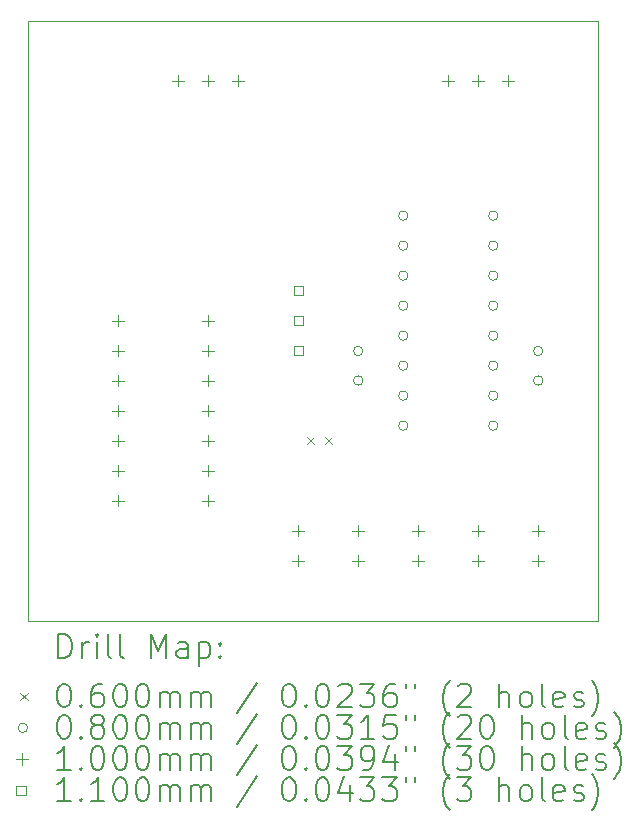
<source format=gbr>
%TF.GenerationSoftware,KiCad,Pcbnew,7.0.7*%
%TF.CreationDate,2023-08-28T09:16:44+02:00*%
%TF.ProjectId,l293d-motor-controller,6c323933-642d-46d6-9f74-6f722d636f6e,rev?*%
%TF.SameCoordinates,Original*%
%TF.FileFunction,Drillmap*%
%TF.FilePolarity,Positive*%
%FSLAX45Y45*%
G04 Gerber Fmt 4.5, Leading zero omitted, Abs format (unit mm)*
G04 Created by KiCad (PCBNEW 7.0.7) date 2023-08-28 09:16:44*
%MOMM*%
%LPD*%
G01*
G04 APERTURE LIST*
%ADD10C,0.100000*%
%ADD11C,0.200000*%
%ADD12C,0.060000*%
%ADD13C,0.080000*%
%ADD14C,0.110000*%
G04 APERTURE END LIST*
D10*
X9144000Y-14732000D02*
X9144000Y-9652000D01*
X13970000Y-14732000D02*
X9144000Y-14732000D01*
X13970000Y-9652000D02*
X13970000Y-14732000D01*
X9144000Y-9652000D02*
X13970000Y-9652000D01*
D11*
D12*
X11504000Y-13178000D02*
X11564000Y-13238000D01*
X11564000Y-13178000D02*
X11504000Y-13238000D01*
X11654000Y-13178000D02*
X11714000Y-13238000D01*
X11714000Y-13178000D02*
X11654000Y-13238000D01*
D13*
X11978000Y-12450000D02*
G75*
G03*
X11978000Y-12450000I-40000J0D01*
G01*
X11978000Y-12700000D02*
G75*
G03*
X11978000Y-12700000I-40000J0D01*
G01*
X12360000Y-11304500D02*
G75*
G03*
X12360000Y-11304500I-40000J0D01*
G01*
X12360000Y-11558500D02*
G75*
G03*
X12360000Y-11558500I-40000J0D01*
G01*
X12360000Y-11812500D02*
G75*
G03*
X12360000Y-11812500I-40000J0D01*
G01*
X12360000Y-12066500D02*
G75*
G03*
X12360000Y-12066500I-40000J0D01*
G01*
X12360000Y-12320500D02*
G75*
G03*
X12360000Y-12320500I-40000J0D01*
G01*
X12360000Y-12574500D02*
G75*
G03*
X12360000Y-12574500I-40000J0D01*
G01*
X12360000Y-12828500D02*
G75*
G03*
X12360000Y-12828500I-40000J0D01*
G01*
X12360000Y-13082500D02*
G75*
G03*
X12360000Y-13082500I-40000J0D01*
G01*
X13122000Y-11304500D02*
G75*
G03*
X13122000Y-11304500I-40000J0D01*
G01*
X13122000Y-11558500D02*
G75*
G03*
X13122000Y-11558500I-40000J0D01*
G01*
X13122000Y-11812500D02*
G75*
G03*
X13122000Y-11812500I-40000J0D01*
G01*
X13122000Y-12066500D02*
G75*
G03*
X13122000Y-12066500I-40000J0D01*
G01*
X13122000Y-12320500D02*
G75*
G03*
X13122000Y-12320500I-40000J0D01*
G01*
X13122000Y-12574500D02*
G75*
G03*
X13122000Y-12574500I-40000J0D01*
G01*
X13122000Y-12828500D02*
G75*
G03*
X13122000Y-12828500I-40000J0D01*
G01*
X13122000Y-13082500D02*
G75*
G03*
X13122000Y-13082500I-40000J0D01*
G01*
X13502000Y-12450000D02*
G75*
G03*
X13502000Y-12450000I-40000J0D01*
G01*
X13502000Y-12700000D02*
G75*
G03*
X13502000Y-12700000I-40000J0D01*
G01*
D10*
X9906000Y-12142000D02*
X9906000Y-12242000D01*
X9856000Y-12192000D02*
X9956000Y-12192000D01*
X9906000Y-12396000D02*
X9906000Y-12496000D01*
X9856000Y-12446000D02*
X9956000Y-12446000D01*
X9906000Y-12650000D02*
X9906000Y-12750000D01*
X9856000Y-12700000D02*
X9956000Y-12700000D01*
X9906000Y-12904000D02*
X9906000Y-13004000D01*
X9856000Y-12954000D02*
X9956000Y-12954000D01*
X9906000Y-13158000D02*
X9906000Y-13258000D01*
X9856000Y-13208000D02*
X9956000Y-13208000D01*
X9906000Y-13412000D02*
X9906000Y-13512000D01*
X9856000Y-13462000D02*
X9956000Y-13462000D01*
X9906000Y-13666000D02*
X9906000Y-13766000D01*
X9856000Y-13716000D02*
X9956000Y-13716000D01*
X10414000Y-10110000D02*
X10414000Y-10210000D01*
X10364000Y-10160000D02*
X10464000Y-10160000D01*
X10668000Y-10110000D02*
X10668000Y-10210000D01*
X10618000Y-10160000D02*
X10718000Y-10160000D01*
X10668000Y-12142000D02*
X10668000Y-12242000D01*
X10618000Y-12192000D02*
X10718000Y-12192000D01*
X10668000Y-12396000D02*
X10668000Y-12496000D01*
X10618000Y-12446000D02*
X10718000Y-12446000D01*
X10668000Y-12650000D02*
X10668000Y-12750000D01*
X10618000Y-12700000D02*
X10718000Y-12700000D01*
X10668000Y-12904000D02*
X10668000Y-13004000D01*
X10618000Y-12954000D02*
X10718000Y-12954000D01*
X10668000Y-13158000D02*
X10668000Y-13258000D01*
X10618000Y-13208000D02*
X10718000Y-13208000D01*
X10668000Y-13412000D02*
X10668000Y-13512000D01*
X10618000Y-13462000D02*
X10718000Y-13462000D01*
X10668000Y-13666000D02*
X10668000Y-13766000D01*
X10618000Y-13716000D02*
X10718000Y-13716000D01*
X10922000Y-10110000D02*
X10922000Y-10210000D01*
X10872000Y-10160000D02*
X10972000Y-10160000D01*
X11430000Y-13920000D02*
X11430000Y-14020000D01*
X11380000Y-13970000D02*
X11480000Y-13970000D01*
X11430000Y-14174000D02*
X11430000Y-14274000D01*
X11380000Y-14224000D02*
X11480000Y-14224000D01*
X11938000Y-13920000D02*
X11938000Y-14020000D01*
X11888000Y-13970000D02*
X11988000Y-13970000D01*
X11938000Y-14174000D02*
X11938000Y-14274000D01*
X11888000Y-14224000D02*
X11988000Y-14224000D01*
X12446000Y-13920000D02*
X12446000Y-14020000D01*
X12396000Y-13970000D02*
X12496000Y-13970000D01*
X12446000Y-14174000D02*
X12446000Y-14274000D01*
X12396000Y-14224000D02*
X12496000Y-14224000D01*
X12700000Y-10110000D02*
X12700000Y-10210000D01*
X12650000Y-10160000D02*
X12750000Y-10160000D01*
X12954000Y-10110000D02*
X12954000Y-10210000D01*
X12904000Y-10160000D02*
X13004000Y-10160000D01*
X12954000Y-13920000D02*
X12954000Y-14020000D01*
X12904000Y-13970000D02*
X13004000Y-13970000D01*
X12954000Y-14174000D02*
X12954000Y-14274000D01*
X12904000Y-14224000D02*
X13004000Y-14224000D01*
X13208000Y-10110000D02*
X13208000Y-10210000D01*
X13158000Y-10160000D02*
X13258000Y-10160000D01*
X13462000Y-13920000D02*
X13462000Y-14020000D01*
X13412000Y-13970000D02*
X13512000Y-13970000D01*
X13462000Y-14174000D02*
X13462000Y-14274000D01*
X13412000Y-14224000D02*
X13512000Y-14224000D01*
D14*
X11468891Y-11976891D02*
X11468891Y-11899109D01*
X11391109Y-11899109D01*
X11391109Y-11976891D01*
X11468891Y-11976891D01*
X11468891Y-12230891D02*
X11468891Y-12153109D01*
X11391109Y-12153109D01*
X11391109Y-12230891D01*
X11468891Y-12230891D01*
X11468891Y-12484891D02*
X11468891Y-12407109D01*
X11391109Y-12407109D01*
X11391109Y-12484891D01*
X11468891Y-12484891D01*
D11*
X9399777Y-15048484D02*
X9399777Y-14848484D01*
X9399777Y-14848484D02*
X9447396Y-14848484D01*
X9447396Y-14848484D02*
X9475967Y-14858008D01*
X9475967Y-14858008D02*
X9495015Y-14877055D01*
X9495015Y-14877055D02*
X9504539Y-14896103D01*
X9504539Y-14896103D02*
X9514063Y-14934198D01*
X9514063Y-14934198D02*
X9514063Y-14962769D01*
X9514063Y-14962769D02*
X9504539Y-15000865D01*
X9504539Y-15000865D02*
X9495015Y-15019912D01*
X9495015Y-15019912D02*
X9475967Y-15038960D01*
X9475967Y-15038960D02*
X9447396Y-15048484D01*
X9447396Y-15048484D02*
X9399777Y-15048484D01*
X9599777Y-15048484D02*
X9599777Y-14915150D01*
X9599777Y-14953246D02*
X9609301Y-14934198D01*
X9609301Y-14934198D02*
X9618824Y-14924674D01*
X9618824Y-14924674D02*
X9637872Y-14915150D01*
X9637872Y-14915150D02*
X9656920Y-14915150D01*
X9723586Y-15048484D02*
X9723586Y-14915150D01*
X9723586Y-14848484D02*
X9714063Y-14858008D01*
X9714063Y-14858008D02*
X9723586Y-14867531D01*
X9723586Y-14867531D02*
X9733110Y-14858008D01*
X9733110Y-14858008D02*
X9723586Y-14848484D01*
X9723586Y-14848484D02*
X9723586Y-14867531D01*
X9847396Y-15048484D02*
X9828348Y-15038960D01*
X9828348Y-15038960D02*
X9818824Y-15019912D01*
X9818824Y-15019912D02*
X9818824Y-14848484D01*
X9952158Y-15048484D02*
X9933110Y-15038960D01*
X9933110Y-15038960D02*
X9923586Y-15019912D01*
X9923586Y-15019912D02*
X9923586Y-14848484D01*
X10180729Y-15048484D02*
X10180729Y-14848484D01*
X10180729Y-14848484D02*
X10247396Y-14991341D01*
X10247396Y-14991341D02*
X10314063Y-14848484D01*
X10314063Y-14848484D02*
X10314063Y-15048484D01*
X10495015Y-15048484D02*
X10495015Y-14943722D01*
X10495015Y-14943722D02*
X10485491Y-14924674D01*
X10485491Y-14924674D02*
X10466444Y-14915150D01*
X10466444Y-14915150D02*
X10428348Y-14915150D01*
X10428348Y-14915150D02*
X10409301Y-14924674D01*
X10495015Y-15038960D02*
X10475967Y-15048484D01*
X10475967Y-15048484D02*
X10428348Y-15048484D01*
X10428348Y-15048484D02*
X10409301Y-15038960D01*
X10409301Y-15038960D02*
X10399777Y-15019912D01*
X10399777Y-15019912D02*
X10399777Y-15000865D01*
X10399777Y-15000865D02*
X10409301Y-14981817D01*
X10409301Y-14981817D02*
X10428348Y-14972293D01*
X10428348Y-14972293D02*
X10475967Y-14972293D01*
X10475967Y-14972293D02*
X10495015Y-14962769D01*
X10590253Y-14915150D02*
X10590253Y-15115150D01*
X10590253Y-14924674D02*
X10609301Y-14915150D01*
X10609301Y-14915150D02*
X10647396Y-14915150D01*
X10647396Y-14915150D02*
X10666444Y-14924674D01*
X10666444Y-14924674D02*
X10675967Y-14934198D01*
X10675967Y-14934198D02*
X10685491Y-14953246D01*
X10685491Y-14953246D02*
X10685491Y-15010388D01*
X10685491Y-15010388D02*
X10675967Y-15029436D01*
X10675967Y-15029436D02*
X10666444Y-15038960D01*
X10666444Y-15038960D02*
X10647396Y-15048484D01*
X10647396Y-15048484D02*
X10609301Y-15048484D01*
X10609301Y-15048484D02*
X10590253Y-15038960D01*
X10771205Y-15029436D02*
X10780729Y-15038960D01*
X10780729Y-15038960D02*
X10771205Y-15048484D01*
X10771205Y-15048484D02*
X10761682Y-15038960D01*
X10761682Y-15038960D02*
X10771205Y-15029436D01*
X10771205Y-15029436D02*
X10771205Y-15048484D01*
X10771205Y-14924674D02*
X10780729Y-14934198D01*
X10780729Y-14934198D02*
X10771205Y-14943722D01*
X10771205Y-14943722D02*
X10761682Y-14934198D01*
X10761682Y-14934198D02*
X10771205Y-14924674D01*
X10771205Y-14924674D02*
X10771205Y-14943722D01*
D12*
X9079000Y-15347000D02*
X9139000Y-15407000D01*
X9139000Y-15347000D02*
X9079000Y-15407000D01*
D11*
X9437872Y-15268484D02*
X9456920Y-15268484D01*
X9456920Y-15268484D02*
X9475967Y-15278008D01*
X9475967Y-15278008D02*
X9485491Y-15287531D01*
X9485491Y-15287531D02*
X9495015Y-15306579D01*
X9495015Y-15306579D02*
X9504539Y-15344674D01*
X9504539Y-15344674D02*
X9504539Y-15392293D01*
X9504539Y-15392293D02*
X9495015Y-15430388D01*
X9495015Y-15430388D02*
X9485491Y-15449436D01*
X9485491Y-15449436D02*
X9475967Y-15458960D01*
X9475967Y-15458960D02*
X9456920Y-15468484D01*
X9456920Y-15468484D02*
X9437872Y-15468484D01*
X9437872Y-15468484D02*
X9418824Y-15458960D01*
X9418824Y-15458960D02*
X9409301Y-15449436D01*
X9409301Y-15449436D02*
X9399777Y-15430388D01*
X9399777Y-15430388D02*
X9390253Y-15392293D01*
X9390253Y-15392293D02*
X9390253Y-15344674D01*
X9390253Y-15344674D02*
X9399777Y-15306579D01*
X9399777Y-15306579D02*
X9409301Y-15287531D01*
X9409301Y-15287531D02*
X9418824Y-15278008D01*
X9418824Y-15278008D02*
X9437872Y-15268484D01*
X9590253Y-15449436D02*
X9599777Y-15458960D01*
X9599777Y-15458960D02*
X9590253Y-15468484D01*
X9590253Y-15468484D02*
X9580729Y-15458960D01*
X9580729Y-15458960D02*
X9590253Y-15449436D01*
X9590253Y-15449436D02*
X9590253Y-15468484D01*
X9771205Y-15268484D02*
X9733110Y-15268484D01*
X9733110Y-15268484D02*
X9714063Y-15278008D01*
X9714063Y-15278008D02*
X9704539Y-15287531D01*
X9704539Y-15287531D02*
X9685491Y-15316103D01*
X9685491Y-15316103D02*
X9675967Y-15354198D01*
X9675967Y-15354198D02*
X9675967Y-15430388D01*
X9675967Y-15430388D02*
X9685491Y-15449436D01*
X9685491Y-15449436D02*
X9695015Y-15458960D01*
X9695015Y-15458960D02*
X9714063Y-15468484D01*
X9714063Y-15468484D02*
X9752158Y-15468484D01*
X9752158Y-15468484D02*
X9771205Y-15458960D01*
X9771205Y-15458960D02*
X9780729Y-15449436D01*
X9780729Y-15449436D02*
X9790253Y-15430388D01*
X9790253Y-15430388D02*
X9790253Y-15382769D01*
X9790253Y-15382769D02*
X9780729Y-15363722D01*
X9780729Y-15363722D02*
X9771205Y-15354198D01*
X9771205Y-15354198D02*
X9752158Y-15344674D01*
X9752158Y-15344674D02*
X9714063Y-15344674D01*
X9714063Y-15344674D02*
X9695015Y-15354198D01*
X9695015Y-15354198D02*
X9685491Y-15363722D01*
X9685491Y-15363722D02*
X9675967Y-15382769D01*
X9914063Y-15268484D02*
X9933110Y-15268484D01*
X9933110Y-15268484D02*
X9952158Y-15278008D01*
X9952158Y-15278008D02*
X9961682Y-15287531D01*
X9961682Y-15287531D02*
X9971205Y-15306579D01*
X9971205Y-15306579D02*
X9980729Y-15344674D01*
X9980729Y-15344674D02*
X9980729Y-15392293D01*
X9980729Y-15392293D02*
X9971205Y-15430388D01*
X9971205Y-15430388D02*
X9961682Y-15449436D01*
X9961682Y-15449436D02*
X9952158Y-15458960D01*
X9952158Y-15458960D02*
X9933110Y-15468484D01*
X9933110Y-15468484D02*
X9914063Y-15468484D01*
X9914063Y-15468484D02*
X9895015Y-15458960D01*
X9895015Y-15458960D02*
X9885491Y-15449436D01*
X9885491Y-15449436D02*
X9875967Y-15430388D01*
X9875967Y-15430388D02*
X9866444Y-15392293D01*
X9866444Y-15392293D02*
X9866444Y-15344674D01*
X9866444Y-15344674D02*
X9875967Y-15306579D01*
X9875967Y-15306579D02*
X9885491Y-15287531D01*
X9885491Y-15287531D02*
X9895015Y-15278008D01*
X9895015Y-15278008D02*
X9914063Y-15268484D01*
X10104539Y-15268484D02*
X10123586Y-15268484D01*
X10123586Y-15268484D02*
X10142634Y-15278008D01*
X10142634Y-15278008D02*
X10152158Y-15287531D01*
X10152158Y-15287531D02*
X10161682Y-15306579D01*
X10161682Y-15306579D02*
X10171205Y-15344674D01*
X10171205Y-15344674D02*
X10171205Y-15392293D01*
X10171205Y-15392293D02*
X10161682Y-15430388D01*
X10161682Y-15430388D02*
X10152158Y-15449436D01*
X10152158Y-15449436D02*
X10142634Y-15458960D01*
X10142634Y-15458960D02*
X10123586Y-15468484D01*
X10123586Y-15468484D02*
X10104539Y-15468484D01*
X10104539Y-15468484D02*
X10085491Y-15458960D01*
X10085491Y-15458960D02*
X10075967Y-15449436D01*
X10075967Y-15449436D02*
X10066444Y-15430388D01*
X10066444Y-15430388D02*
X10056920Y-15392293D01*
X10056920Y-15392293D02*
X10056920Y-15344674D01*
X10056920Y-15344674D02*
X10066444Y-15306579D01*
X10066444Y-15306579D02*
X10075967Y-15287531D01*
X10075967Y-15287531D02*
X10085491Y-15278008D01*
X10085491Y-15278008D02*
X10104539Y-15268484D01*
X10256920Y-15468484D02*
X10256920Y-15335150D01*
X10256920Y-15354198D02*
X10266444Y-15344674D01*
X10266444Y-15344674D02*
X10285491Y-15335150D01*
X10285491Y-15335150D02*
X10314063Y-15335150D01*
X10314063Y-15335150D02*
X10333110Y-15344674D01*
X10333110Y-15344674D02*
X10342634Y-15363722D01*
X10342634Y-15363722D02*
X10342634Y-15468484D01*
X10342634Y-15363722D02*
X10352158Y-15344674D01*
X10352158Y-15344674D02*
X10371205Y-15335150D01*
X10371205Y-15335150D02*
X10399777Y-15335150D01*
X10399777Y-15335150D02*
X10418825Y-15344674D01*
X10418825Y-15344674D02*
X10428348Y-15363722D01*
X10428348Y-15363722D02*
X10428348Y-15468484D01*
X10523586Y-15468484D02*
X10523586Y-15335150D01*
X10523586Y-15354198D02*
X10533110Y-15344674D01*
X10533110Y-15344674D02*
X10552158Y-15335150D01*
X10552158Y-15335150D02*
X10580729Y-15335150D01*
X10580729Y-15335150D02*
X10599777Y-15344674D01*
X10599777Y-15344674D02*
X10609301Y-15363722D01*
X10609301Y-15363722D02*
X10609301Y-15468484D01*
X10609301Y-15363722D02*
X10618825Y-15344674D01*
X10618825Y-15344674D02*
X10637872Y-15335150D01*
X10637872Y-15335150D02*
X10666444Y-15335150D01*
X10666444Y-15335150D02*
X10685491Y-15344674D01*
X10685491Y-15344674D02*
X10695015Y-15363722D01*
X10695015Y-15363722D02*
X10695015Y-15468484D01*
X11085491Y-15258960D02*
X10914063Y-15516103D01*
X11342634Y-15268484D02*
X11361682Y-15268484D01*
X11361682Y-15268484D02*
X11380729Y-15278008D01*
X11380729Y-15278008D02*
X11390253Y-15287531D01*
X11390253Y-15287531D02*
X11399777Y-15306579D01*
X11399777Y-15306579D02*
X11409301Y-15344674D01*
X11409301Y-15344674D02*
X11409301Y-15392293D01*
X11409301Y-15392293D02*
X11399777Y-15430388D01*
X11399777Y-15430388D02*
X11390253Y-15449436D01*
X11390253Y-15449436D02*
X11380729Y-15458960D01*
X11380729Y-15458960D02*
X11361682Y-15468484D01*
X11361682Y-15468484D02*
X11342634Y-15468484D01*
X11342634Y-15468484D02*
X11323586Y-15458960D01*
X11323586Y-15458960D02*
X11314063Y-15449436D01*
X11314063Y-15449436D02*
X11304539Y-15430388D01*
X11304539Y-15430388D02*
X11295015Y-15392293D01*
X11295015Y-15392293D02*
X11295015Y-15344674D01*
X11295015Y-15344674D02*
X11304539Y-15306579D01*
X11304539Y-15306579D02*
X11314063Y-15287531D01*
X11314063Y-15287531D02*
X11323586Y-15278008D01*
X11323586Y-15278008D02*
X11342634Y-15268484D01*
X11495015Y-15449436D02*
X11504539Y-15458960D01*
X11504539Y-15458960D02*
X11495015Y-15468484D01*
X11495015Y-15468484D02*
X11485491Y-15458960D01*
X11485491Y-15458960D02*
X11495015Y-15449436D01*
X11495015Y-15449436D02*
X11495015Y-15468484D01*
X11628348Y-15268484D02*
X11647396Y-15268484D01*
X11647396Y-15268484D02*
X11666444Y-15278008D01*
X11666444Y-15278008D02*
X11675967Y-15287531D01*
X11675967Y-15287531D02*
X11685491Y-15306579D01*
X11685491Y-15306579D02*
X11695015Y-15344674D01*
X11695015Y-15344674D02*
X11695015Y-15392293D01*
X11695015Y-15392293D02*
X11685491Y-15430388D01*
X11685491Y-15430388D02*
X11675967Y-15449436D01*
X11675967Y-15449436D02*
X11666444Y-15458960D01*
X11666444Y-15458960D02*
X11647396Y-15468484D01*
X11647396Y-15468484D02*
X11628348Y-15468484D01*
X11628348Y-15468484D02*
X11609301Y-15458960D01*
X11609301Y-15458960D02*
X11599777Y-15449436D01*
X11599777Y-15449436D02*
X11590253Y-15430388D01*
X11590253Y-15430388D02*
X11580729Y-15392293D01*
X11580729Y-15392293D02*
X11580729Y-15344674D01*
X11580729Y-15344674D02*
X11590253Y-15306579D01*
X11590253Y-15306579D02*
X11599777Y-15287531D01*
X11599777Y-15287531D02*
X11609301Y-15278008D01*
X11609301Y-15278008D02*
X11628348Y-15268484D01*
X11771206Y-15287531D02*
X11780729Y-15278008D01*
X11780729Y-15278008D02*
X11799777Y-15268484D01*
X11799777Y-15268484D02*
X11847396Y-15268484D01*
X11847396Y-15268484D02*
X11866444Y-15278008D01*
X11866444Y-15278008D02*
X11875967Y-15287531D01*
X11875967Y-15287531D02*
X11885491Y-15306579D01*
X11885491Y-15306579D02*
X11885491Y-15325627D01*
X11885491Y-15325627D02*
X11875967Y-15354198D01*
X11875967Y-15354198D02*
X11761682Y-15468484D01*
X11761682Y-15468484D02*
X11885491Y-15468484D01*
X11952158Y-15268484D02*
X12075967Y-15268484D01*
X12075967Y-15268484D02*
X12009301Y-15344674D01*
X12009301Y-15344674D02*
X12037872Y-15344674D01*
X12037872Y-15344674D02*
X12056920Y-15354198D01*
X12056920Y-15354198D02*
X12066444Y-15363722D01*
X12066444Y-15363722D02*
X12075967Y-15382769D01*
X12075967Y-15382769D02*
X12075967Y-15430388D01*
X12075967Y-15430388D02*
X12066444Y-15449436D01*
X12066444Y-15449436D02*
X12056920Y-15458960D01*
X12056920Y-15458960D02*
X12037872Y-15468484D01*
X12037872Y-15468484D02*
X11980729Y-15468484D01*
X11980729Y-15468484D02*
X11961682Y-15458960D01*
X11961682Y-15458960D02*
X11952158Y-15449436D01*
X12247396Y-15268484D02*
X12209301Y-15268484D01*
X12209301Y-15268484D02*
X12190253Y-15278008D01*
X12190253Y-15278008D02*
X12180729Y-15287531D01*
X12180729Y-15287531D02*
X12161682Y-15316103D01*
X12161682Y-15316103D02*
X12152158Y-15354198D01*
X12152158Y-15354198D02*
X12152158Y-15430388D01*
X12152158Y-15430388D02*
X12161682Y-15449436D01*
X12161682Y-15449436D02*
X12171206Y-15458960D01*
X12171206Y-15458960D02*
X12190253Y-15468484D01*
X12190253Y-15468484D02*
X12228348Y-15468484D01*
X12228348Y-15468484D02*
X12247396Y-15458960D01*
X12247396Y-15458960D02*
X12256920Y-15449436D01*
X12256920Y-15449436D02*
X12266444Y-15430388D01*
X12266444Y-15430388D02*
X12266444Y-15382769D01*
X12266444Y-15382769D02*
X12256920Y-15363722D01*
X12256920Y-15363722D02*
X12247396Y-15354198D01*
X12247396Y-15354198D02*
X12228348Y-15344674D01*
X12228348Y-15344674D02*
X12190253Y-15344674D01*
X12190253Y-15344674D02*
X12171206Y-15354198D01*
X12171206Y-15354198D02*
X12161682Y-15363722D01*
X12161682Y-15363722D02*
X12152158Y-15382769D01*
X12342634Y-15268484D02*
X12342634Y-15306579D01*
X12418825Y-15268484D02*
X12418825Y-15306579D01*
X12714063Y-15544674D02*
X12704539Y-15535150D01*
X12704539Y-15535150D02*
X12685491Y-15506579D01*
X12685491Y-15506579D02*
X12675968Y-15487531D01*
X12675968Y-15487531D02*
X12666444Y-15458960D01*
X12666444Y-15458960D02*
X12656920Y-15411341D01*
X12656920Y-15411341D02*
X12656920Y-15373246D01*
X12656920Y-15373246D02*
X12666444Y-15325627D01*
X12666444Y-15325627D02*
X12675968Y-15297055D01*
X12675968Y-15297055D02*
X12685491Y-15278008D01*
X12685491Y-15278008D02*
X12704539Y-15249436D01*
X12704539Y-15249436D02*
X12714063Y-15239912D01*
X12780729Y-15287531D02*
X12790253Y-15278008D01*
X12790253Y-15278008D02*
X12809301Y-15268484D01*
X12809301Y-15268484D02*
X12856920Y-15268484D01*
X12856920Y-15268484D02*
X12875968Y-15278008D01*
X12875968Y-15278008D02*
X12885491Y-15287531D01*
X12885491Y-15287531D02*
X12895015Y-15306579D01*
X12895015Y-15306579D02*
X12895015Y-15325627D01*
X12895015Y-15325627D02*
X12885491Y-15354198D01*
X12885491Y-15354198D02*
X12771206Y-15468484D01*
X12771206Y-15468484D02*
X12895015Y-15468484D01*
X13133110Y-15468484D02*
X13133110Y-15268484D01*
X13218825Y-15468484D02*
X13218825Y-15363722D01*
X13218825Y-15363722D02*
X13209301Y-15344674D01*
X13209301Y-15344674D02*
X13190253Y-15335150D01*
X13190253Y-15335150D02*
X13161682Y-15335150D01*
X13161682Y-15335150D02*
X13142634Y-15344674D01*
X13142634Y-15344674D02*
X13133110Y-15354198D01*
X13342634Y-15468484D02*
X13323587Y-15458960D01*
X13323587Y-15458960D02*
X13314063Y-15449436D01*
X13314063Y-15449436D02*
X13304539Y-15430388D01*
X13304539Y-15430388D02*
X13304539Y-15373246D01*
X13304539Y-15373246D02*
X13314063Y-15354198D01*
X13314063Y-15354198D02*
X13323587Y-15344674D01*
X13323587Y-15344674D02*
X13342634Y-15335150D01*
X13342634Y-15335150D02*
X13371206Y-15335150D01*
X13371206Y-15335150D02*
X13390253Y-15344674D01*
X13390253Y-15344674D02*
X13399777Y-15354198D01*
X13399777Y-15354198D02*
X13409301Y-15373246D01*
X13409301Y-15373246D02*
X13409301Y-15430388D01*
X13409301Y-15430388D02*
X13399777Y-15449436D01*
X13399777Y-15449436D02*
X13390253Y-15458960D01*
X13390253Y-15458960D02*
X13371206Y-15468484D01*
X13371206Y-15468484D02*
X13342634Y-15468484D01*
X13523587Y-15468484D02*
X13504539Y-15458960D01*
X13504539Y-15458960D02*
X13495015Y-15439912D01*
X13495015Y-15439912D02*
X13495015Y-15268484D01*
X13675968Y-15458960D02*
X13656920Y-15468484D01*
X13656920Y-15468484D02*
X13618825Y-15468484D01*
X13618825Y-15468484D02*
X13599777Y-15458960D01*
X13599777Y-15458960D02*
X13590253Y-15439912D01*
X13590253Y-15439912D02*
X13590253Y-15363722D01*
X13590253Y-15363722D02*
X13599777Y-15344674D01*
X13599777Y-15344674D02*
X13618825Y-15335150D01*
X13618825Y-15335150D02*
X13656920Y-15335150D01*
X13656920Y-15335150D02*
X13675968Y-15344674D01*
X13675968Y-15344674D02*
X13685491Y-15363722D01*
X13685491Y-15363722D02*
X13685491Y-15382769D01*
X13685491Y-15382769D02*
X13590253Y-15401817D01*
X13761682Y-15458960D02*
X13780730Y-15468484D01*
X13780730Y-15468484D02*
X13818825Y-15468484D01*
X13818825Y-15468484D02*
X13837872Y-15458960D01*
X13837872Y-15458960D02*
X13847396Y-15439912D01*
X13847396Y-15439912D02*
X13847396Y-15430388D01*
X13847396Y-15430388D02*
X13837872Y-15411341D01*
X13837872Y-15411341D02*
X13818825Y-15401817D01*
X13818825Y-15401817D02*
X13790253Y-15401817D01*
X13790253Y-15401817D02*
X13771206Y-15392293D01*
X13771206Y-15392293D02*
X13761682Y-15373246D01*
X13761682Y-15373246D02*
X13761682Y-15363722D01*
X13761682Y-15363722D02*
X13771206Y-15344674D01*
X13771206Y-15344674D02*
X13790253Y-15335150D01*
X13790253Y-15335150D02*
X13818825Y-15335150D01*
X13818825Y-15335150D02*
X13837872Y-15344674D01*
X13914063Y-15544674D02*
X13923587Y-15535150D01*
X13923587Y-15535150D02*
X13942634Y-15506579D01*
X13942634Y-15506579D02*
X13952158Y-15487531D01*
X13952158Y-15487531D02*
X13961682Y-15458960D01*
X13961682Y-15458960D02*
X13971206Y-15411341D01*
X13971206Y-15411341D02*
X13971206Y-15373246D01*
X13971206Y-15373246D02*
X13961682Y-15325627D01*
X13961682Y-15325627D02*
X13952158Y-15297055D01*
X13952158Y-15297055D02*
X13942634Y-15278008D01*
X13942634Y-15278008D02*
X13923587Y-15249436D01*
X13923587Y-15249436D02*
X13914063Y-15239912D01*
D13*
X9139000Y-15641000D02*
G75*
G03*
X9139000Y-15641000I-40000J0D01*
G01*
D11*
X9437872Y-15532484D02*
X9456920Y-15532484D01*
X9456920Y-15532484D02*
X9475967Y-15542008D01*
X9475967Y-15542008D02*
X9485491Y-15551531D01*
X9485491Y-15551531D02*
X9495015Y-15570579D01*
X9495015Y-15570579D02*
X9504539Y-15608674D01*
X9504539Y-15608674D02*
X9504539Y-15656293D01*
X9504539Y-15656293D02*
X9495015Y-15694388D01*
X9495015Y-15694388D02*
X9485491Y-15713436D01*
X9485491Y-15713436D02*
X9475967Y-15722960D01*
X9475967Y-15722960D02*
X9456920Y-15732484D01*
X9456920Y-15732484D02*
X9437872Y-15732484D01*
X9437872Y-15732484D02*
X9418824Y-15722960D01*
X9418824Y-15722960D02*
X9409301Y-15713436D01*
X9409301Y-15713436D02*
X9399777Y-15694388D01*
X9399777Y-15694388D02*
X9390253Y-15656293D01*
X9390253Y-15656293D02*
X9390253Y-15608674D01*
X9390253Y-15608674D02*
X9399777Y-15570579D01*
X9399777Y-15570579D02*
X9409301Y-15551531D01*
X9409301Y-15551531D02*
X9418824Y-15542008D01*
X9418824Y-15542008D02*
X9437872Y-15532484D01*
X9590253Y-15713436D02*
X9599777Y-15722960D01*
X9599777Y-15722960D02*
X9590253Y-15732484D01*
X9590253Y-15732484D02*
X9580729Y-15722960D01*
X9580729Y-15722960D02*
X9590253Y-15713436D01*
X9590253Y-15713436D02*
X9590253Y-15732484D01*
X9714063Y-15618198D02*
X9695015Y-15608674D01*
X9695015Y-15608674D02*
X9685491Y-15599150D01*
X9685491Y-15599150D02*
X9675967Y-15580103D01*
X9675967Y-15580103D02*
X9675967Y-15570579D01*
X9675967Y-15570579D02*
X9685491Y-15551531D01*
X9685491Y-15551531D02*
X9695015Y-15542008D01*
X9695015Y-15542008D02*
X9714063Y-15532484D01*
X9714063Y-15532484D02*
X9752158Y-15532484D01*
X9752158Y-15532484D02*
X9771205Y-15542008D01*
X9771205Y-15542008D02*
X9780729Y-15551531D01*
X9780729Y-15551531D02*
X9790253Y-15570579D01*
X9790253Y-15570579D02*
X9790253Y-15580103D01*
X9790253Y-15580103D02*
X9780729Y-15599150D01*
X9780729Y-15599150D02*
X9771205Y-15608674D01*
X9771205Y-15608674D02*
X9752158Y-15618198D01*
X9752158Y-15618198D02*
X9714063Y-15618198D01*
X9714063Y-15618198D02*
X9695015Y-15627722D01*
X9695015Y-15627722D02*
X9685491Y-15637246D01*
X9685491Y-15637246D02*
X9675967Y-15656293D01*
X9675967Y-15656293D02*
X9675967Y-15694388D01*
X9675967Y-15694388D02*
X9685491Y-15713436D01*
X9685491Y-15713436D02*
X9695015Y-15722960D01*
X9695015Y-15722960D02*
X9714063Y-15732484D01*
X9714063Y-15732484D02*
X9752158Y-15732484D01*
X9752158Y-15732484D02*
X9771205Y-15722960D01*
X9771205Y-15722960D02*
X9780729Y-15713436D01*
X9780729Y-15713436D02*
X9790253Y-15694388D01*
X9790253Y-15694388D02*
X9790253Y-15656293D01*
X9790253Y-15656293D02*
X9780729Y-15637246D01*
X9780729Y-15637246D02*
X9771205Y-15627722D01*
X9771205Y-15627722D02*
X9752158Y-15618198D01*
X9914063Y-15532484D02*
X9933110Y-15532484D01*
X9933110Y-15532484D02*
X9952158Y-15542008D01*
X9952158Y-15542008D02*
X9961682Y-15551531D01*
X9961682Y-15551531D02*
X9971205Y-15570579D01*
X9971205Y-15570579D02*
X9980729Y-15608674D01*
X9980729Y-15608674D02*
X9980729Y-15656293D01*
X9980729Y-15656293D02*
X9971205Y-15694388D01*
X9971205Y-15694388D02*
X9961682Y-15713436D01*
X9961682Y-15713436D02*
X9952158Y-15722960D01*
X9952158Y-15722960D02*
X9933110Y-15732484D01*
X9933110Y-15732484D02*
X9914063Y-15732484D01*
X9914063Y-15732484D02*
X9895015Y-15722960D01*
X9895015Y-15722960D02*
X9885491Y-15713436D01*
X9885491Y-15713436D02*
X9875967Y-15694388D01*
X9875967Y-15694388D02*
X9866444Y-15656293D01*
X9866444Y-15656293D02*
X9866444Y-15608674D01*
X9866444Y-15608674D02*
X9875967Y-15570579D01*
X9875967Y-15570579D02*
X9885491Y-15551531D01*
X9885491Y-15551531D02*
X9895015Y-15542008D01*
X9895015Y-15542008D02*
X9914063Y-15532484D01*
X10104539Y-15532484D02*
X10123586Y-15532484D01*
X10123586Y-15532484D02*
X10142634Y-15542008D01*
X10142634Y-15542008D02*
X10152158Y-15551531D01*
X10152158Y-15551531D02*
X10161682Y-15570579D01*
X10161682Y-15570579D02*
X10171205Y-15608674D01*
X10171205Y-15608674D02*
X10171205Y-15656293D01*
X10171205Y-15656293D02*
X10161682Y-15694388D01*
X10161682Y-15694388D02*
X10152158Y-15713436D01*
X10152158Y-15713436D02*
X10142634Y-15722960D01*
X10142634Y-15722960D02*
X10123586Y-15732484D01*
X10123586Y-15732484D02*
X10104539Y-15732484D01*
X10104539Y-15732484D02*
X10085491Y-15722960D01*
X10085491Y-15722960D02*
X10075967Y-15713436D01*
X10075967Y-15713436D02*
X10066444Y-15694388D01*
X10066444Y-15694388D02*
X10056920Y-15656293D01*
X10056920Y-15656293D02*
X10056920Y-15608674D01*
X10056920Y-15608674D02*
X10066444Y-15570579D01*
X10066444Y-15570579D02*
X10075967Y-15551531D01*
X10075967Y-15551531D02*
X10085491Y-15542008D01*
X10085491Y-15542008D02*
X10104539Y-15532484D01*
X10256920Y-15732484D02*
X10256920Y-15599150D01*
X10256920Y-15618198D02*
X10266444Y-15608674D01*
X10266444Y-15608674D02*
X10285491Y-15599150D01*
X10285491Y-15599150D02*
X10314063Y-15599150D01*
X10314063Y-15599150D02*
X10333110Y-15608674D01*
X10333110Y-15608674D02*
X10342634Y-15627722D01*
X10342634Y-15627722D02*
X10342634Y-15732484D01*
X10342634Y-15627722D02*
X10352158Y-15608674D01*
X10352158Y-15608674D02*
X10371205Y-15599150D01*
X10371205Y-15599150D02*
X10399777Y-15599150D01*
X10399777Y-15599150D02*
X10418825Y-15608674D01*
X10418825Y-15608674D02*
X10428348Y-15627722D01*
X10428348Y-15627722D02*
X10428348Y-15732484D01*
X10523586Y-15732484D02*
X10523586Y-15599150D01*
X10523586Y-15618198D02*
X10533110Y-15608674D01*
X10533110Y-15608674D02*
X10552158Y-15599150D01*
X10552158Y-15599150D02*
X10580729Y-15599150D01*
X10580729Y-15599150D02*
X10599777Y-15608674D01*
X10599777Y-15608674D02*
X10609301Y-15627722D01*
X10609301Y-15627722D02*
X10609301Y-15732484D01*
X10609301Y-15627722D02*
X10618825Y-15608674D01*
X10618825Y-15608674D02*
X10637872Y-15599150D01*
X10637872Y-15599150D02*
X10666444Y-15599150D01*
X10666444Y-15599150D02*
X10685491Y-15608674D01*
X10685491Y-15608674D02*
X10695015Y-15627722D01*
X10695015Y-15627722D02*
X10695015Y-15732484D01*
X11085491Y-15522960D02*
X10914063Y-15780103D01*
X11342634Y-15532484D02*
X11361682Y-15532484D01*
X11361682Y-15532484D02*
X11380729Y-15542008D01*
X11380729Y-15542008D02*
X11390253Y-15551531D01*
X11390253Y-15551531D02*
X11399777Y-15570579D01*
X11399777Y-15570579D02*
X11409301Y-15608674D01*
X11409301Y-15608674D02*
X11409301Y-15656293D01*
X11409301Y-15656293D02*
X11399777Y-15694388D01*
X11399777Y-15694388D02*
X11390253Y-15713436D01*
X11390253Y-15713436D02*
X11380729Y-15722960D01*
X11380729Y-15722960D02*
X11361682Y-15732484D01*
X11361682Y-15732484D02*
X11342634Y-15732484D01*
X11342634Y-15732484D02*
X11323586Y-15722960D01*
X11323586Y-15722960D02*
X11314063Y-15713436D01*
X11314063Y-15713436D02*
X11304539Y-15694388D01*
X11304539Y-15694388D02*
X11295015Y-15656293D01*
X11295015Y-15656293D02*
X11295015Y-15608674D01*
X11295015Y-15608674D02*
X11304539Y-15570579D01*
X11304539Y-15570579D02*
X11314063Y-15551531D01*
X11314063Y-15551531D02*
X11323586Y-15542008D01*
X11323586Y-15542008D02*
X11342634Y-15532484D01*
X11495015Y-15713436D02*
X11504539Y-15722960D01*
X11504539Y-15722960D02*
X11495015Y-15732484D01*
X11495015Y-15732484D02*
X11485491Y-15722960D01*
X11485491Y-15722960D02*
X11495015Y-15713436D01*
X11495015Y-15713436D02*
X11495015Y-15732484D01*
X11628348Y-15532484D02*
X11647396Y-15532484D01*
X11647396Y-15532484D02*
X11666444Y-15542008D01*
X11666444Y-15542008D02*
X11675967Y-15551531D01*
X11675967Y-15551531D02*
X11685491Y-15570579D01*
X11685491Y-15570579D02*
X11695015Y-15608674D01*
X11695015Y-15608674D02*
X11695015Y-15656293D01*
X11695015Y-15656293D02*
X11685491Y-15694388D01*
X11685491Y-15694388D02*
X11675967Y-15713436D01*
X11675967Y-15713436D02*
X11666444Y-15722960D01*
X11666444Y-15722960D02*
X11647396Y-15732484D01*
X11647396Y-15732484D02*
X11628348Y-15732484D01*
X11628348Y-15732484D02*
X11609301Y-15722960D01*
X11609301Y-15722960D02*
X11599777Y-15713436D01*
X11599777Y-15713436D02*
X11590253Y-15694388D01*
X11590253Y-15694388D02*
X11580729Y-15656293D01*
X11580729Y-15656293D02*
X11580729Y-15608674D01*
X11580729Y-15608674D02*
X11590253Y-15570579D01*
X11590253Y-15570579D02*
X11599777Y-15551531D01*
X11599777Y-15551531D02*
X11609301Y-15542008D01*
X11609301Y-15542008D02*
X11628348Y-15532484D01*
X11761682Y-15532484D02*
X11885491Y-15532484D01*
X11885491Y-15532484D02*
X11818825Y-15608674D01*
X11818825Y-15608674D02*
X11847396Y-15608674D01*
X11847396Y-15608674D02*
X11866444Y-15618198D01*
X11866444Y-15618198D02*
X11875967Y-15627722D01*
X11875967Y-15627722D02*
X11885491Y-15646769D01*
X11885491Y-15646769D02*
X11885491Y-15694388D01*
X11885491Y-15694388D02*
X11875967Y-15713436D01*
X11875967Y-15713436D02*
X11866444Y-15722960D01*
X11866444Y-15722960D02*
X11847396Y-15732484D01*
X11847396Y-15732484D02*
X11790253Y-15732484D01*
X11790253Y-15732484D02*
X11771206Y-15722960D01*
X11771206Y-15722960D02*
X11761682Y-15713436D01*
X12075967Y-15732484D02*
X11961682Y-15732484D01*
X12018825Y-15732484D02*
X12018825Y-15532484D01*
X12018825Y-15532484D02*
X11999777Y-15561055D01*
X11999777Y-15561055D02*
X11980729Y-15580103D01*
X11980729Y-15580103D02*
X11961682Y-15589627D01*
X12256920Y-15532484D02*
X12161682Y-15532484D01*
X12161682Y-15532484D02*
X12152158Y-15627722D01*
X12152158Y-15627722D02*
X12161682Y-15618198D01*
X12161682Y-15618198D02*
X12180729Y-15608674D01*
X12180729Y-15608674D02*
X12228348Y-15608674D01*
X12228348Y-15608674D02*
X12247396Y-15618198D01*
X12247396Y-15618198D02*
X12256920Y-15627722D01*
X12256920Y-15627722D02*
X12266444Y-15646769D01*
X12266444Y-15646769D02*
X12266444Y-15694388D01*
X12266444Y-15694388D02*
X12256920Y-15713436D01*
X12256920Y-15713436D02*
X12247396Y-15722960D01*
X12247396Y-15722960D02*
X12228348Y-15732484D01*
X12228348Y-15732484D02*
X12180729Y-15732484D01*
X12180729Y-15732484D02*
X12161682Y-15722960D01*
X12161682Y-15722960D02*
X12152158Y-15713436D01*
X12342634Y-15532484D02*
X12342634Y-15570579D01*
X12418825Y-15532484D02*
X12418825Y-15570579D01*
X12714063Y-15808674D02*
X12704539Y-15799150D01*
X12704539Y-15799150D02*
X12685491Y-15770579D01*
X12685491Y-15770579D02*
X12675968Y-15751531D01*
X12675968Y-15751531D02*
X12666444Y-15722960D01*
X12666444Y-15722960D02*
X12656920Y-15675341D01*
X12656920Y-15675341D02*
X12656920Y-15637246D01*
X12656920Y-15637246D02*
X12666444Y-15589627D01*
X12666444Y-15589627D02*
X12675968Y-15561055D01*
X12675968Y-15561055D02*
X12685491Y-15542008D01*
X12685491Y-15542008D02*
X12704539Y-15513436D01*
X12704539Y-15513436D02*
X12714063Y-15503912D01*
X12780729Y-15551531D02*
X12790253Y-15542008D01*
X12790253Y-15542008D02*
X12809301Y-15532484D01*
X12809301Y-15532484D02*
X12856920Y-15532484D01*
X12856920Y-15532484D02*
X12875968Y-15542008D01*
X12875968Y-15542008D02*
X12885491Y-15551531D01*
X12885491Y-15551531D02*
X12895015Y-15570579D01*
X12895015Y-15570579D02*
X12895015Y-15589627D01*
X12895015Y-15589627D02*
X12885491Y-15618198D01*
X12885491Y-15618198D02*
X12771206Y-15732484D01*
X12771206Y-15732484D02*
X12895015Y-15732484D01*
X13018825Y-15532484D02*
X13037872Y-15532484D01*
X13037872Y-15532484D02*
X13056920Y-15542008D01*
X13056920Y-15542008D02*
X13066444Y-15551531D01*
X13066444Y-15551531D02*
X13075968Y-15570579D01*
X13075968Y-15570579D02*
X13085491Y-15608674D01*
X13085491Y-15608674D02*
X13085491Y-15656293D01*
X13085491Y-15656293D02*
X13075968Y-15694388D01*
X13075968Y-15694388D02*
X13066444Y-15713436D01*
X13066444Y-15713436D02*
X13056920Y-15722960D01*
X13056920Y-15722960D02*
X13037872Y-15732484D01*
X13037872Y-15732484D02*
X13018825Y-15732484D01*
X13018825Y-15732484D02*
X12999777Y-15722960D01*
X12999777Y-15722960D02*
X12990253Y-15713436D01*
X12990253Y-15713436D02*
X12980729Y-15694388D01*
X12980729Y-15694388D02*
X12971206Y-15656293D01*
X12971206Y-15656293D02*
X12971206Y-15608674D01*
X12971206Y-15608674D02*
X12980729Y-15570579D01*
X12980729Y-15570579D02*
X12990253Y-15551531D01*
X12990253Y-15551531D02*
X12999777Y-15542008D01*
X12999777Y-15542008D02*
X13018825Y-15532484D01*
X13323587Y-15732484D02*
X13323587Y-15532484D01*
X13409301Y-15732484D02*
X13409301Y-15627722D01*
X13409301Y-15627722D02*
X13399777Y-15608674D01*
X13399777Y-15608674D02*
X13380730Y-15599150D01*
X13380730Y-15599150D02*
X13352158Y-15599150D01*
X13352158Y-15599150D02*
X13333110Y-15608674D01*
X13333110Y-15608674D02*
X13323587Y-15618198D01*
X13533110Y-15732484D02*
X13514063Y-15722960D01*
X13514063Y-15722960D02*
X13504539Y-15713436D01*
X13504539Y-15713436D02*
X13495015Y-15694388D01*
X13495015Y-15694388D02*
X13495015Y-15637246D01*
X13495015Y-15637246D02*
X13504539Y-15618198D01*
X13504539Y-15618198D02*
X13514063Y-15608674D01*
X13514063Y-15608674D02*
X13533110Y-15599150D01*
X13533110Y-15599150D02*
X13561682Y-15599150D01*
X13561682Y-15599150D02*
X13580730Y-15608674D01*
X13580730Y-15608674D02*
X13590253Y-15618198D01*
X13590253Y-15618198D02*
X13599777Y-15637246D01*
X13599777Y-15637246D02*
X13599777Y-15694388D01*
X13599777Y-15694388D02*
X13590253Y-15713436D01*
X13590253Y-15713436D02*
X13580730Y-15722960D01*
X13580730Y-15722960D02*
X13561682Y-15732484D01*
X13561682Y-15732484D02*
X13533110Y-15732484D01*
X13714063Y-15732484D02*
X13695015Y-15722960D01*
X13695015Y-15722960D02*
X13685491Y-15703912D01*
X13685491Y-15703912D02*
X13685491Y-15532484D01*
X13866444Y-15722960D02*
X13847396Y-15732484D01*
X13847396Y-15732484D02*
X13809301Y-15732484D01*
X13809301Y-15732484D02*
X13790253Y-15722960D01*
X13790253Y-15722960D02*
X13780730Y-15703912D01*
X13780730Y-15703912D02*
X13780730Y-15627722D01*
X13780730Y-15627722D02*
X13790253Y-15608674D01*
X13790253Y-15608674D02*
X13809301Y-15599150D01*
X13809301Y-15599150D02*
X13847396Y-15599150D01*
X13847396Y-15599150D02*
X13866444Y-15608674D01*
X13866444Y-15608674D02*
X13875968Y-15627722D01*
X13875968Y-15627722D02*
X13875968Y-15646769D01*
X13875968Y-15646769D02*
X13780730Y-15665817D01*
X13952158Y-15722960D02*
X13971206Y-15732484D01*
X13971206Y-15732484D02*
X14009301Y-15732484D01*
X14009301Y-15732484D02*
X14028349Y-15722960D01*
X14028349Y-15722960D02*
X14037872Y-15703912D01*
X14037872Y-15703912D02*
X14037872Y-15694388D01*
X14037872Y-15694388D02*
X14028349Y-15675341D01*
X14028349Y-15675341D02*
X14009301Y-15665817D01*
X14009301Y-15665817D02*
X13980730Y-15665817D01*
X13980730Y-15665817D02*
X13961682Y-15656293D01*
X13961682Y-15656293D02*
X13952158Y-15637246D01*
X13952158Y-15637246D02*
X13952158Y-15627722D01*
X13952158Y-15627722D02*
X13961682Y-15608674D01*
X13961682Y-15608674D02*
X13980730Y-15599150D01*
X13980730Y-15599150D02*
X14009301Y-15599150D01*
X14009301Y-15599150D02*
X14028349Y-15608674D01*
X14104539Y-15808674D02*
X14114063Y-15799150D01*
X14114063Y-15799150D02*
X14133111Y-15770579D01*
X14133111Y-15770579D02*
X14142634Y-15751531D01*
X14142634Y-15751531D02*
X14152158Y-15722960D01*
X14152158Y-15722960D02*
X14161682Y-15675341D01*
X14161682Y-15675341D02*
X14161682Y-15637246D01*
X14161682Y-15637246D02*
X14152158Y-15589627D01*
X14152158Y-15589627D02*
X14142634Y-15561055D01*
X14142634Y-15561055D02*
X14133111Y-15542008D01*
X14133111Y-15542008D02*
X14114063Y-15513436D01*
X14114063Y-15513436D02*
X14104539Y-15503912D01*
D10*
X9089000Y-15855000D02*
X9089000Y-15955000D01*
X9039000Y-15905000D02*
X9139000Y-15905000D01*
D11*
X9504539Y-15996484D02*
X9390253Y-15996484D01*
X9447396Y-15996484D02*
X9447396Y-15796484D01*
X9447396Y-15796484D02*
X9428348Y-15825055D01*
X9428348Y-15825055D02*
X9409301Y-15844103D01*
X9409301Y-15844103D02*
X9390253Y-15853627D01*
X9590253Y-15977436D02*
X9599777Y-15986960D01*
X9599777Y-15986960D02*
X9590253Y-15996484D01*
X9590253Y-15996484D02*
X9580729Y-15986960D01*
X9580729Y-15986960D02*
X9590253Y-15977436D01*
X9590253Y-15977436D02*
X9590253Y-15996484D01*
X9723586Y-15796484D02*
X9742634Y-15796484D01*
X9742634Y-15796484D02*
X9761682Y-15806008D01*
X9761682Y-15806008D02*
X9771205Y-15815531D01*
X9771205Y-15815531D02*
X9780729Y-15834579D01*
X9780729Y-15834579D02*
X9790253Y-15872674D01*
X9790253Y-15872674D02*
X9790253Y-15920293D01*
X9790253Y-15920293D02*
X9780729Y-15958388D01*
X9780729Y-15958388D02*
X9771205Y-15977436D01*
X9771205Y-15977436D02*
X9761682Y-15986960D01*
X9761682Y-15986960D02*
X9742634Y-15996484D01*
X9742634Y-15996484D02*
X9723586Y-15996484D01*
X9723586Y-15996484D02*
X9704539Y-15986960D01*
X9704539Y-15986960D02*
X9695015Y-15977436D01*
X9695015Y-15977436D02*
X9685491Y-15958388D01*
X9685491Y-15958388D02*
X9675967Y-15920293D01*
X9675967Y-15920293D02*
X9675967Y-15872674D01*
X9675967Y-15872674D02*
X9685491Y-15834579D01*
X9685491Y-15834579D02*
X9695015Y-15815531D01*
X9695015Y-15815531D02*
X9704539Y-15806008D01*
X9704539Y-15806008D02*
X9723586Y-15796484D01*
X9914063Y-15796484D02*
X9933110Y-15796484D01*
X9933110Y-15796484D02*
X9952158Y-15806008D01*
X9952158Y-15806008D02*
X9961682Y-15815531D01*
X9961682Y-15815531D02*
X9971205Y-15834579D01*
X9971205Y-15834579D02*
X9980729Y-15872674D01*
X9980729Y-15872674D02*
X9980729Y-15920293D01*
X9980729Y-15920293D02*
X9971205Y-15958388D01*
X9971205Y-15958388D02*
X9961682Y-15977436D01*
X9961682Y-15977436D02*
X9952158Y-15986960D01*
X9952158Y-15986960D02*
X9933110Y-15996484D01*
X9933110Y-15996484D02*
X9914063Y-15996484D01*
X9914063Y-15996484D02*
X9895015Y-15986960D01*
X9895015Y-15986960D02*
X9885491Y-15977436D01*
X9885491Y-15977436D02*
X9875967Y-15958388D01*
X9875967Y-15958388D02*
X9866444Y-15920293D01*
X9866444Y-15920293D02*
X9866444Y-15872674D01*
X9866444Y-15872674D02*
X9875967Y-15834579D01*
X9875967Y-15834579D02*
X9885491Y-15815531D01*
X9885491Y-15815531D02*
X9895015Y-15806008D01*
X9895015Y-15806008D02*
X9914063Y-15796484D01*
X10104539Y-15796484D02*
X10123586Y-15796484D01*
X10123586Y-15796484D02*
X10142634Y-15806008D01*
X10142634Y-15806008D02*
X10152158Y-15815531D01*
X10152158Y-15815531D02*
X10161682Y-15834579D01*
X10161682Y-15834579D02*
X10171205Y-15872674D01*
X10171205Y-15872674D02*
X10171205Y-15920293D01*
X10171205Y-15920293D02*
X10161682Y-15958388D01*
X10161682Y-15958388D02*
X10152158Y-15977436D01*
X10152158Y-15977436D02*
X10142634Y-15986960D01*
X10142634Y-15986960D02*
X10123586Y-15996484D01*
X10123586Y-15996484D02*
X10104539Y-15996484D01*
X10104539Y-15996484D02*
X10085491Y-15986960D01*
X10085491Y-15986960D02*
X10075967Y-15977436D01*
X10075967Y-15977436D02*
X10066444Y-15958388D01*
X10066444Y-15958388D02*
X10056920Y-15920293D01*
X10056920Y-15920293D02*
X10056920Y-15872674D01*
X10056920Y-15872674D02*
X10066444Y-15834579D01*
X10066444Y-15834579D02*
X10075967Y-15815531D01*
X10075967Y-15815531D02*
X10085491Y-15806008D01*
X10085491Y-15806008D02*
X10104539Y-15796484D01*
X10256920Y-15996484D02*
X10256920Y-15863150D01*
X10256920Y-15882198D02*
X10266444Y-15872674D01*
X10266444Y-15872674D02*
X10285491Y-15863150D01*
X10285491Y-15863150D02*
X10314063Y-15863150D01*
X10314063Y-15863150D02*
X10333110Y-15872674D01*
X10333110Y-15872674D02*
X10342634Y-15891722D01*
X10342634Y-15891722D02*
X10342634Y-15996484D01*
X10342634Y-15891722D02*
X10352158Y-15872674D01*
X10352158Y-15872674D02*
X10371205Y-15863150D01*
X10371205Y-15863150D02*
X10399777Y-15863150D01*
X10399777Y-15863150D02*
X10418825Y-15872674D01*
X10418825Y-15872674D02*
X10428348Y-15891722D01*
X10428348Y-15891722D02*
X10428348Y-15996484D01*
X10523586Y-15996484D02*
X10523586Y-15863150D01*
X10523586Y-15882198D02*
X10533110Y-15872674D01*
X10533110Y-15872674D02*
X10552158Y-15863150D01*
X10552158Y-15863150D02*
X10580729Y-15863150D01*
X10580729Y-15863150D02*
X10599777Y-15872674D01*
X10599777Y-15872674D02*
X10609301Y-15891722D01*
X10609301Y-15891722D02*
X10609301Y-15996484D01*
X10609301Y-15891722D02*
X10618825Y-15872674D01*
X10618825Y-15872674D02*
X10637872Y-15863150D01*
X10637872Y-15863150D02*
X10666444Y-15863150D01*
X10666444Y-15863150D02*
X10685491Y-15872674D01*
X10685491Y-15872674D02*
X10695015Y-15891722D01*
X10695015Y-15891722D02*
X10695015Y-15996484D01*
X11085491Y-15786960D02*
X10914063Y-16044103D01*
X11342634Y-15796484D02*
X11361682Y-15796484D01*
X11361682Y-15796484D02*
X11380729Y-15806008D01*
X11380729Y-15806008D02*
X11390253Y-15815531D01*
X11390253Y-15815531D02*
X11399777Y-15834579D01*
X11399777Y-15834579D02*
X11409301Y-15872674D01*
X11409301Y-15872674D02*
X11409301Y-15920293D01*
X11409301Y-15920293D02*
X11399777Y-15958388D01*
X11399777Y-15958388D02*
X11390253Y-15977436D01*
X11390253Y-15977436D02*
X11380729Y-15986960D01*
X11380729Y-15986960D02*
X11361682Y-15996484D01*
X11361682Y-15996484D02*
X11342634Y-15996484D01*
X11342634Y-15996484D02*
X11323586Y-15986960D01*
X11323586Y-15986960D02*
X11314063Y-15977436D01*
X11314063Y-15977436D02*
X11304539Y-15958388D01*
X11304539Y-15958388D02*
X11295015Y-15920293D01*
X11295015Y-15920293D02*
X11295015Y-15872674D01*
X11295015Y-15872674D02*
X11304539Y-15834579D01*
X11304539Y-15834579D02*
X11314063Y-15815531D01*
X11314063Y-15815531D02*
X11323586Y-15806008D01*
X11323586Y-15806008D02*
X11342634Y-15796484D01*
X11495015Y-15977436D02*
X11504539Y-15986960D01*
X11504539Y-15986960D02*
X11495015Y-15996484D01*
X11495015Y-15996484D02*
X11485491Y-15986960D01*
X11485491Y-15986960D02*
X11495015Y-15977436D01*
X11495015Y-15977436D02*
X11495015Y-15996484D01*
X11628348Y-15796484D02*
X11647396Y-15796484D01*
X11647396Y-15796484D02*
X11666444Y-15806008D01*
X11666444Y-15806008D02*
X11675967Y-15815531D01*
X11675967Y-15815531D02*
X11685491Y-15834579D01*
X11685491Y-15834579D02*
X11695015Y-15872674D01*
X11695015Y-15872674D02*
X11695015Y-15920293D01*
X11695015Y-15920293D02*
X11685491Y-15958388D01*
X11685491Y-15958388D02*
X11675967Y-15977436D01*
X11675967Y-15977436D02*
X11666444Y-15986960D01*
X11666444Y-15986960D02*
X11647396Y-15996484D01*
X11647396Y-15996484D02*
X11628348Y-15996484D01*
X11628348Y-15996484D02*
X11609301Y-15986960D01*
X11609301Y-15986960D02*
X11599777Y-15977436D01*
X11599777Y-15977436D02*
X11590253Y-15958388D01*
X11590253Y-15958388D02*
X11580729Y-15920293D01*
X11580729Y-15920293D02*
X11580729Y-15872674D01*
X11580729Y-15872674D02*
X11590253Y-15834579D01*
X11590253Y-15834579D02*
X11599777Y-15815531D01*
X11599777Y-15815531D02*
X11609301Y-15806008D01*
X11609301Y-15806008D02*
X11628348Y-15796484D01*
X11761682Y-15796484D02*
X11885491Y-15796484D01*
X11885491Y-15796484D02*
X11818825Y-15872674D01*
X11818825Y-15872674D02*
X11847396Y-15872674D01*
X11847396Y-15872674D02*
X11866444Y-15882198D01*
X11866444Y-15882198D02*
X11875967Y-15891722D01*
X11875967Y-15891722D02*
X11885491Y-15910769D01*
X11885491Y-15910769D02*
X11885491Y-15958388D01*
X11885491Y-15958388D02*
X11875967Y-15977436D01*
X11875967Y-15977436D02*
X11866444Y-15986960D01*
X11866444Y-15986960D02*
X11847396Y-15996484D01*
X11847396Y-15996484D02*
X11790253Y-15996484D01*
X11790253Y-15996484D02*
X11771206Y-15986960D01*
X11771206Y-15986960D02*
X11761682Y-15977436D01*
X11980729Y-15996484D02*
X12018825Y-15996484D01*
X12018825Y-15996484D02*
X12037872Y-15986960D01*
X12037872Y-15986960D02*
X12047396Y-15977436D01*
X12047396Y-15977436D02*
X12066444Y-15948865D01*
X12066444Y-15948865D02*
X12075967Y-15910769D01*
X12075967Y-15910769D02*
X12075967Y-15834579D01*
X12075967Y-15834579D02*
X12066444Y-15815531D01*
X12066444Y-15815531D02*
X12056920Y-15806008D01*
X12056920Y-15806008D02*
X12037872Y-15796484D01*
X12037872Y-15796484D02*
X11999777Y-15796484D01*
X11999777Y-15796484D02*
X11980729Y-15806008D01*
X11980729Y-15806008D02*
X11971206Y-15815531D01*
X11971206Y-15815531D02*
X11961682Y-15834579D01*
X11961682Y-15834579D02*
X11961682Y-15882198D01*
X11961682Y-15882198D02*
X11971206Y-15901246D01*
X11971206Y-15901246D02*
X11980729Y-15910769D01*
X11980729Y-15910769D02*
X11999777Y-15920293D01*
X11999777Y-15920293D02*
X12037872Y-15920293D01*
X12037872Y-15920293D02*
X12056920Y-15910769D01*
X12056920Y-15910769D02*
X12066444Y-15901246D01*
X12066444Y-15901246D02*
X12075967Y-15882198D01*
X12247396Y-15863150D02*
X12247396Y-15996484D01*
X12199777Y-15786960D02*
X12152158Y-15929817D01*
X12152158Y-15929817D02*
X12275967Y-15929817D01*
X12342634Y-15796484D02*
X12342634Y-15834579D01*
X12418825Y-15796484D02*
X12418825Y-15834579D01*
X12714063Y-16072674D02*
X12704539Y-16063150D01*
X12704539Y-16063150D02*
X12685491Y-16034579D01*
X12685491Y-16034579D02*
X12675968Y-16015531D01*
X12675968Y-16015531D02*
X12666444Y-15986960D01*
X12666444Y-15986960D02*
X12656920Y-15939341D01*
X12656920Y-15939341D02*
X12656920Y-15901246D01*
X12656920Y-15901246D02*
X12666444Y-15853627D01*
X12666444Y-15853627D02*
X12675968Y-15825055D01*
X12675968Y-15825055D02*
X12685491Y-15806008D01*
X12685491Y-15806008D02*
X12704539Y-15777436D01*
X12704539Y-15777436D02*
X12714063Y-15767912D01*
X12771206Y-15796484D02*
X12895015Y-15796484D01*
X12895015Y-15796484D02*
X12828348Y-15872674D01*
X12828348Y-15872674D02*
X12856920Y-15872674D01*
X12856920Y-15872674D02*
X12875968Y-15882198D01*
X12875968Y-15882198D02*
X12885491Y-15891722D01*
X12885491Y-15891722D02*
X12895015Y-15910769D01*
X12895015Y-15910769D02*
X12895015Y-15958388D01*
X12895015Y-15958388D02*
X12885491Y-15977436D01*
X12885491Y-15977436D02*
X12875968Y-15986960D01*
X12875968Y-15986960D02*
X12856920Y-15996484D01*
X12856920Y-15996484D02*
X12799777Y-15996484D01*
X12799777Y-15996484D02*
X12780729Y-15986960D01*
X12780729Y-15986960D02*
X12771206Y-15977436D01*
X13018825Y-15796484D02*
X13037872Y-15796484D01*
X13037872Y-15796484D02*
X13056920Y-15806008D01*
X13056920Y-15806008D02*
X13066444Y-15815531D01*
X13066444Y-15815531D02*
X13075968Y-15834579D01*
X13075968Y-15834579D02*
X13085491Y-15872674D01*
X13085491Y-15872674D02*
X13085491Y-15920293D01*
X13085491Y-15920293D02*
X13075968Y-15958388D01*
X13075968Y-15958388D02*
X13066444Y-15977436D01*
X13066444Y-15977436D02*
X13056920Y-15986960D01*
X13056920Y-15986960D02*
X13037872Y-15996484D01*
X13037872Y-15996484D02*
X13018825Y-15996484D01*
X13018825Y-15996484D02*
X12999777Y-15986960D01*
X12999777Y-15986960D02*
X12990253Y-15977436D01*
X12990253Y-15977436D02*
X12980729Y-15958388D01*
X12980729Y-15958388D02*
X12971206Y-15920293D01*
X12971206Y-15920293D02*
X12971206Y-15872674D01*
X12971206Y-15872674D02*
X12980729Y-15834579D01*
X12980729Y-15834579D02*
X12990253Y-15815531D01*
X12990253Y-15815531D02*
X12999777Y-15806008D01*
X12999777Y-15806008D02*
X13018825Y-15796484D01*
X13323587Y-15996484D02*
X13323587Y-15796484D01*
X13409301Y-15996484D02*
X13409301Y-15891722D01*
X13409301Y-15891722D02*
X13399777Y-15872674D01*
X13399777Y-15872674D02*
X13380730Y-15863150D01*
X13380730Y-15863150D02*
X13352158Y-15863150D01*
X13352158Y-15863150D02*
X13333110Y-15872674D01*
X13333110Y-15872674D02*
X13323587Y-15882198D01*
X13533110Y-15996484D02*
X13514063Y-15986960D01*
X13514063Y-15986960D02*
X13504539Y-15977436D01*
X13504539Y-15977436D02*
X13495015Y-15958388D01*
X13495015Y-15958388D02*
X13495015Y-15901246D01*
X13495015Y-15901246D02*
X13504539Y-15882198D01*
X13504539Y-15882198D02*
X13514063Y-15872674D01*
X13514063Y-15872674D02*
X13533110Y-15863150D01*
X13533110Y-15863150D02*
X13561682Y-15863150D01*
X13561682Y-15863150D02*
X13580730Y-15872674D01*
X13580730Y-15872674D02*
X13590253Y-15882198D01*
X13590253Y-15882198D02*
X13599777Y-15901246D01*
X13599777Y-15901246D02*
X13599777Y-15958388D01*
X13599777Y-15958388D02*
X13590253Y-15977436D01*
X13590253Y-15977436D02*
X13580730Y-15986960D01*
X13580730Y-15986960D02*
X13561682Y-15996484D01*
X13561682Y-15996484D02*
X13533110Y-15996484D01*
X13714063Y-15996484D02*
X13695015Y-15986960D01*
X13695015Y-15986960D02*
X13685491Y-15967912D01*
X13685491Y-15967912D02*
X13685491Y-15796484D01*
X13866444Y-15986960D02*
X13847396Y-15996484D01*
X13847396Y-15996484D02*
X13809301Y-15996484D01*
X13809301Y-15996484D02*
X13790253Y-15986960D01*
X13790253Y-15986960D02*
X13780730Y-15967912D01*
X13780730Y-15967912D02*
X13780730Y-15891722D01*
X13780730Y-15891722D02*
X13790253Y-15872674D01*
X13790253Y-15872674D02*
X13809301Y-15863150D01*
X13809301Y-15863150D02*
X13847396Y-15863150D01*
X13847396Y-15863150D02*
X13866444Y-15872674D01*
X13866444Y-15872674D02*
X13875968Y-15891722D01*
X13875968Y-15891722D02*
X13875968Y-15910769D01*
X13875968Y-15910769D02*
X13780730Y-15929817D01*
X13952158Y-15986960D02*
X13971206Y-15996484D01*
X13971206Y-15996484D02*
X14009301Y-15996484D01*
X14009301Y-15996484D02*
X14028349Y-15986960D01*
X14028349Y-15986960D02*
X14037872Y-15967912D01*
X14037872Y-15967912D02*
X14037872Y-15958388D01*
X14037872Y-15958388D02*
X14028349Y-15939341D01*
X14028349Y-15939341D02*
X14009301Y-15929817D01*
X14009301Y-15929817D02*
X13980730Y-15929817D01*
X13980730Y-15929817D02*
X13961682Y-15920293D01*
X13961682Y-15920293D02*
X13952158Y-15901246D01*
X13952158Y-15901246D02*
X13952158Y-15891722D01*
X13952158Y-15891722D02*
X13961682Y-15872674D01*
X13961682Y-15872674D02*
X13980730Y-15863150D01*
X13980730Y-15863150D02*
X14009301Y-15863150D01*
X14009301Y-15863150D02*
X14028349Y-15872674D01*
X14104539Y-16072674D02*
X14114063Y-16063150D01*
X14114063Y-16063150D02*
X14133111Y-16034579D01*
X14133111Y-16034579D02*
X14142634Y-16015531D01*
X14142634Y-16015531D02*
X14152158Y-15986960D01*
X14152158Y-15986960D02*
X14161682Y-15939341D01*
X14161682Y-15939341D02*
X14161682Y-15901246D01*
X14161682Y-15901246D02*
X14152158Y-15853627D01*
X14152158Y-15853627D02*
X14142634Y-15825055D01*
X14142634Y-15825055D02*
X14133111Y-15806008D01*
X14133111Y-15806008D02*
X14114063Y-15777436D01*
X14114063Y-15777436D02*
X14104539Y-15767912D01*
D14*
X9122891Y-16207891D02*
X9122891Y-16130109D01*
X9045109Y-16130109D01*
X9045109Y-16207891D01*
X9122891Y-16207891D01*
D11*
X9504539Y-16260484D02*
X9390253Y-16260484D01*
X9447396Y-16260484D02*
X9447396Y-16060484D01*
X9447396Y-16060484D02*
X9428348Y-16089055D01*
X9428348Y-16089055D02*
X9409301Y-16108103D01*
X9409301Y-16108103D02*
X9390253Y-16117627D01*
X9590253Y-16241436D02*
X9599777Y-16250960D01*
X9599777Y-16250960D02*
X9590253Y-16260484D01*
X9590253Y-16260484D02*
X9580729Y-16250960D01*
X9580729Y-16250960D02*
X9590253Y-16241436D01*
X9590253Y-16241436D02*
X9590253Y-16260484D01*
X9790253Y-16260484D02*
X9675967Y-16260484D01*
X9733110Y-16260484D02*
X9733110Y-16060484D01*
X9733110Y-16060484D02*
X9714063Y-16089055D01*
X9714063Y-16089055D02*
X9695015Y-16108103D01*
X9695015Y-16108103D02*
X9675967Y-16117627D01*
X9914063Y-16060484D02*
X9933110Y-16060484D01*
X9933110Y-16060484D02*
X9952158Y-16070008D01*
X9952158Y-16070008D02*
X9961682Y-16079531D01*
X9961682Y-16079531D02*
X9971205Y-16098579D01*
X9971205Y-16098579D02*
X9980729Y-16136674D01*
X9980729Y-16136674D02*
X9980729Y-16184293D01*
X9980729Y-16184293D02*
X9971205Y-16222388D01*
X9971205Y-16222388D02*
X9961682Y-16241436D01*
X9961682Y-16241436D02*
X9952158Y-16250960D01*
X9952158Y-16250960D02*
X9933110Y-16260484D01*
X9933110Y-16260484D02*
X9914063Y-16260484D01*
X9914063Y-16260484D02*
X9895015Y-16250960D01*
X9895015Y-16250960D02*
X9885491Y-16241436D01*
X9885491Y-16241436D02*
X9875967Y-16222388D01*
X9875967Y-16222388D02*
X9866444Y-16184293D01*
X9866444Y-16184293D02*
X9866444Y-16136674D01*
X9866444Y-16136674D02*
X9875967Y-16098579D01*
X9875967Y-16098579D02*
X9885491Y-16079531D01*
X9885491Y-16079531D02*
X9895015Y-16070008D01*
X9895015Y-16070008D02*
X9914063Y-16060484D01*
X10104539Y-16060484D02*
X10123586Y-16060484D01*
X10123586Y-16060484D02*
X10142634Y-16070008D01*
X10142634Y-16070008D02*
X10152158Y-16079531D01*
X10152158Y-16079531D02*
X10161682Y-16098579D01*
X10161682Y-16098579D02*
X10171205Y-16136674D01*
X10171205Y-16136674D02*
X10171205Y-16184293D01*
X10171205Y-16184293D02*
X10161682Y-16222388D01*
X10161682Y-16222388D02*
X10152158Y-16241436D01*
X10152158Y-16241436D02*
X10142634Y-16250960D01*
X10142634Y-16250960D02*
X10123586Y-16260484D01*
X10123586Y-16260484D02*
X10104539Y-16260484D01*
X10104539Y-16260484D02*
X10085491Y-16250960D01*
X10085491Y-16250960D02*
X10075967Y-16241436D01*
X10075967Y-16241436D02*
X10066444Y-16222388D01*
X10066444Y-16222388D02*
X10056920Y-16184293D01*
X10056920Y-16184293D02*
X10056920Y-16136674D01*
X10056920Y-16136674D02*
X10066444Y-16098579D01*
X10066444Y-16098579D02*
X10075967Y-16079531D01*
X10075967Y-16079531D02*
X10085491Y-16070008D01*
X10085491Y-16070008D02*
X10104539Y-16060484D01*
X10256920Y-16260484D02*
X10256920Y-16127150D01*
X10256920Y-16146198D02*
X10266444Y-16136674D01*
X10266444Y-16136674D02*
X10285491Y-16127150D01*
X10285491Y-16127150D02*
X10314063Y-16127150D01*
X10314063Y-16127150D02*
X10333110Y-16136674D01*
X10333110Y-16136674D02*
X10342634Y-16155722D01*
X10342634Y-16155722D02*
X10342634Y-16260484D01*
X10342634Y-16155722D02*
X10352158Y-16136674D01*
X10352158Y-16136674D02*
X10371205Y-16127150D01*
X10371205Y-16127150D02*
X10399777Y-16127150D01*
X10399777Y-16127150D02*
X10418825Y-16136674D01*
X10418825Y-16136674D02*
X10428348Y-16155722D01*
X10428348Y-16155722D02*
X10428348Y-16260484D01*
X10523586Y-16260484D02*
X10523586Y-16127150D01*
X10523586Y-16146198D02*
X10533110Y-16136674D01*
X10533110Y-16136674D02*
X10552158Y-16127150D01*
X10552158Y-16127150D02*
X10580729Y-16127150D01*
X10580729Y-16127150D02*
X10599777Y-16136674D01*
X10599777Y-16136674D02*
X10609301Y-16155722D01*
X10609301Y-16155722D02*
X10609301Y-16260484D01*
X10609301Y-16155722D02*
X10618825Y-16136674D01*
X10618825Y-16136674D02*
X10637872Y-16127150D01*
X10637872Y-16127150D02*
X10666444Y-16127150D01*
X10666444Y-16127150D02*
X10685491Y-16136674D01*
X10685491Y-16136674D02*
X10695015Y-16155722D01*
X10695015Y-16155722D02*
X10695015Y-16260484D01*
X11085491Y-16050960D02*
X10914063Y-16308103D01*
X11342634Y-16060484D02*
X11361682Y-16060484D01*
X11361682Y-16060484D02*
X11380729Y-16070008D01*
X11380729Y-16070008D02*
X11390253Y-16079531D01*
X11390253Y-16079531D02*
X11399777Y-16098579D01*
X11399777Y-16098579D02*
X11409301Y-16136674D01*
X11409301Y-16136674D02*
X11409301Y-16184293D01*
X11409301Y-16184293D02*
X11399777Y-16222388D01*
X11399777Y-16222388D02*
X11390253Y-16241436D01*
X11390253Y-16241436D02*
X11380729Y-16250960D01*
X11380729Y-16250960D02*
X11361682Y-16260484D01*
X11361682Y-16260484D02*
X11342634Y-16260484D01*
X11342634Y-16260484D02*
X11323586Y-16250960D01*
X11323586Y-16250960D02*
X11314063Y-16241436D01*
X11314063Y-16241436D02*
X11304539Y-16222388D01*
X11304539Y-16222388D02*
X11295015Y-16184293D01*
X11295015Y-16184293D02*
X11295015Y-16136674D01*
X11295015Y-16136674D02*
X11304539Y-16098579D01*
X11304539Y-16098579D02*
X11314063Y-16079531D01*
X11314063Y-16079531D02*
X11323586Y-16070008D01*
X11323586Y-16070008D02*
X11342634Y-16060484D01*
X11495015Y-16241436D02*
X11504539Y-16250960D01*
X11504539Y-16250960D02*
X11495015Y-16260484D01*
X11495015Y-16260484D02*
X11485491Y-16250960D01*
X11485491Y-16250960D02*
X11495015Y-16241436D01*
X11495015Y-16241436D02*
X11495015Y-16260484D01*
X11628348Y-16060484D02*
X11647396Y-16060484D01*
X11647396Y-16060484D02*
X11666444Y-16070008D01*
X11666444Y-16070008D02*
X11675967Y-16079531D01*
X11675967Y-16079531D02*
X11685491Y-16098579D01*
X11685491Y-16098579D02*
X11695015Y-16136674D01*
X11695015Y-16136674D02*
X11695015Y-16184293D01*
X11695015Y-16184293D02*
X11685491Y-16222388D01*
X11685491Y-16222388D02*
X11675967Y-16241436D01*
X11675967Y-16241436D02*
X11666444Y-16250960D01*
X11666444Y-16250960D02*
X11647396Y-16260484D01*
X11647396Y-16260484D02*
X11628348Y-16260484D01*
X11628348Y-16260484D02*
X11609301Y-16250960D01*
X11609301Y-16250960D02*
X11599777Y-16241436D01*
X11599777Y-16241436D02*
X11590253Y-16222388D01*
X11590253Y-16222388D02*
X11580729Y-16184293D01*
X11580729Y-16184293D02*
X11580729Y-16136674D01*
X11580729Y-16136674D02*
X11590253Y-16098579D01*
X11590253Y-16098579D02*
X11599777Y-16079531D01*
X11599777Y-16079531D02*
X11609301Y-16070008D01*
X11609301Y-16070008D02*
X11628348Y-16060484D01*
X11866444Y-16127150D02*
X11866444Y-16260484D01*
X11818825Y-16050960D02*
X11771206Y-16193817D01*
X11771206Y-16193817D02*
X11895015Y-16193817D01*
X11952158Y-16060484D02*
X12075967Y-16060484D01*
X12075967Y-16060484D02*
X12009301Y-16136674D01*
X12009301Y-16136674D02*
X12037872Y-16136674D01*
X12037872Y-16136674D02*
X12056920Y-16146198D01*
X12056920Y-16146198D02*
X12066444Y-16155722D01*
X12066444Y-16155722D02*
X12075967Y-16174769D01*
X12075967Y-16174769D02*
X12075967Y-16222388D01*
X12075967Y-16222388D02*
X12066444Y-16241436D01*
X12066444Y-16241436D02*
X12056920Y-16250960D01*
X12056920Y-16250960D02*
X12037872Y-16260484D01*
X12037872Y-16260484D02*
X11980729Y-16260484D01*
X11980729Y-16260484D02*
X11961682Y-16250960D01*
X11961682Y-16250960D02*
X11952158Y-16241436D01*
X12142634Y-16060484D02*
X12266444Y-16060484D01*
X12266444Y-16060484D02*
X12199777Y-16136674D01*
X12199777Y-16136674D02*
X12228348Y-16136674D01*
X12228348Y-16136674D02*
X12247396Y-16146198D01*
X12247396Y-16146198D02*
X12256920Y-16155722D01*
X12256920Y-16155722D02*
X12266444Y-16174769D01*
X12266444Y-16174769D02*
X12266444Y-16222388D01*
X12266444Y-16222388D02*
X12256920Y-16241436D01*
X12256920Y-16241436D02*
X12247396Y-16250960D01*
X12247396Y-16250960D02*
X12228348Y-16260484D01*
X12228348Y-16260484D02*
X12171206Y-16260484D01*
X12171206Y-16260484D02*
X12152158Y-16250960D01*
X12152158Y-16250960D02*
X12142634Y-16241436D01*
X12342634Y-16060484D02*
X12342634Y-16098579D01*
X12418825Y-16060484D02*
X12418825Y-16098579D01*
X12714063Y-16336674D02*
X12704539Y-16327150D01*
X12704539Y-16327150D02*
X12685491Y-16298579D01*
X12685491Y-16298579D02*
X12675968Y-16279531D01*
X12675968Y-16279531D02*
X12666444Y-16250960D01*
X12666444Y-16250960D02*
X12656920Y-16203341D01*
X12656920Y-16203341D02*
X12656920Y-16165246D01*
X12656920Y-16165246D02*
X12666444Y-16117627D01*
X12666444Y-16117627D02*
X12675968Y-16089055D01*
X12675968Y-16089055D02*
X12685491Y-16070008D01*
X12685491Y-16070008D02*
X12704539Y-16041436D01*
X12704539Y-16041436D02*
X12714063Y-16031912D01*
X12771206Y-16060484D02*
X12895015Y-16060484D01*
X12895015Y-16060484D02*
X12828348Y-16136674D01*
X12828348Y-16136674D02*
X12856920Y-16136674D01*
X12856920Y-16136674D02*
X12875968Y-16146198D01*
X12875968Y-16146198D02*
X12885491Y-16155722D01*
X12885491Y-16155722D02*
X12895015Y-16174769D01*
X12895015Y-16174769D02*
X12895015Y-16222388D01*
X12895015Y-16222388D02*
X12885491Y-16241436D01*
X12885491Y-16241436D02*
X12875968Y-16250960D01*
X12875968Y-16250960D02*
X12856920Y-16260484D01*
X12856920Y-16260484D02*
X12799777Y-16260484D01*
X12799777Y-16260484D02*
X12780729Y-16250960D01*
X12780729Y-16250960D02*
X12771206Y-16241436D01*
X13133110Y-16260484D02*
X13133110Y-16060484D01*
X13218825Y-16260484D02*
X13218825Y-16155722D01*
X13218825Y-16155722D02*
X13209301Y-16136674D01*
X13209301Y-16136674D02*
X13190253Y-16127150D01*
X13190253Y-16127150D02*
X13161682Y-16127150D01*
X13161682Y-16127150D02*
X13142634Y-16136674D01*
X13142634Y-16136674D02*
X13133110Y-16146198D01*
X13342634Y-16260484D02*
X13323587Y-16250960D01*
X13323587Y-16250960D02*
X13314063Y-16241436D01*
X13314063Y-16241436D02*
X13304539Y-16222388D01*
X13304539Y-16222388D02*
X13304539Y-16165246D01*
X13304539Y-16165246D02*
X13314063Y-16146198D01*
X13314063Y-16146198D02*
X13323587Y-16136674D01*
X13323587Y-16136674D02*
X13342634Y-16127150D01*
X13342634Y-16127150D02*
X13371206Y-16127150D01*
X13371206Y-16127150D02*
X13390253Y-16136674D01*
X13390253Y-16136674D02*
X13399777Y-16146198D01*
X13399777Y-16146198D02*
X13409301Y-16165246D01*
X13409301Y-16165246D02*
X13409301Y-16222388D01*
X13409301Y-16222388D02*
X13399777Y-16241436D01*
X13399777Y-16241436D02*
X13390253Y-16250960D01*
X13390253Y-16250960D02*
X13371206Y-16260484D01*
X13371206Y-16260484D02*
X13342634Y-16260484D01*
X13523587Y-16260484D02*
X13504539Y-16250960D01*
X13504539Y-16250960D02*
X13495015Y-16231912D01*
X13495015Y-16231912D02*
X13495015Y-16060484D01*
X13675968Y-16250960D02*
X13656920Y-16260484D01*
X13656920Y-16260484D02*
X13618825Y-16260484D01*
X13618825Y-16260484D02*
X13599777Y-16250960D01*
X13599777Y-16250960D02*
X13590253Y-16231912D01*
X13590253Y-16231912D02*
X13590253Y-16155722D01*
X13590253Y-16155722D02*
X13599777Y-16136674D01*
X13599777Y-16136674D02*
X13618825Y-16127150D01*
X13618825Y-16127150D02*
X13656920Y-16127150D01*
X13656920Y-16127150D02*
X13675968Y-16136674D01*
X13675968Y-16136674D02*
X13685491Y-16155722D01*
X13685491Y-16155722D02*
X13685491Y-16174769D01*
X13685491Y-16174769D02*
X13590253Y-16193817D01*
X13761682Y-16250960D02*
X13780730Y-16260484D01*
X13780730Y-16260484D02*
X13818825Y-16260484D01*
X13818825Y-16260484D02*
X13837872Y-16250960D01*
X13837872Y-16250960D02*
X13847396Y-16231912D01*
X13847396Y-16231912D02*
X13847396Y-16222388D01*
X13847396Y-16222388D02*
X13837872Y-16203341D01*
X13837872Y-16203341D02*
X13818825Y-16193817D01*
X13818825Y-16193817D02*
X13790253Y-16193817D01*
X13790253Y-16193817D02*
X13771206Y-16184293D01*
X13771206Y-16184293D02*
X13761682Y-16165246D01*
X13761682Y-16165246D02*
X13761682Y-16155722D01*
X13761682Y-16155722D02*
X13771206Y-16136674D01*
X13771206Y-16136674D02*
X13790253Y-16127150D01*
X13790253Y-16127150D02*
X13818825Y-16127150D01*
X13818825Y-16127150D02*
X13837872Y-16136674D01*
X13914063Y-16336674D02*
X13923587Y-16327150D01*
X13923587Y-16327150D02*
X13942634Y-16298579D01*
X13942634Y-16298579D02*
X13952158Y-16279531D01*
X13952158Y-16279531D02*
X13961682Y-16250960D01*
X13961682Y-16250960D02*
X13971206Y-16203341D01*
X13971206Y-16203341D02*
X13971206Y-16165246D01*
X13971206Y-16165246D02*
X13961682Y-16117627D01*
X13961682Y-16117627D02*
X13952158Y-16089055D01*
X13952158Y-16089055D02*
X13942634Y-16070008D01*
X13942634Y-16070008D02*
X13923587Y-16041436D01*
X13923587Y-16041436D02*
X13914063Y-16031912D01*
M02*

</source>
